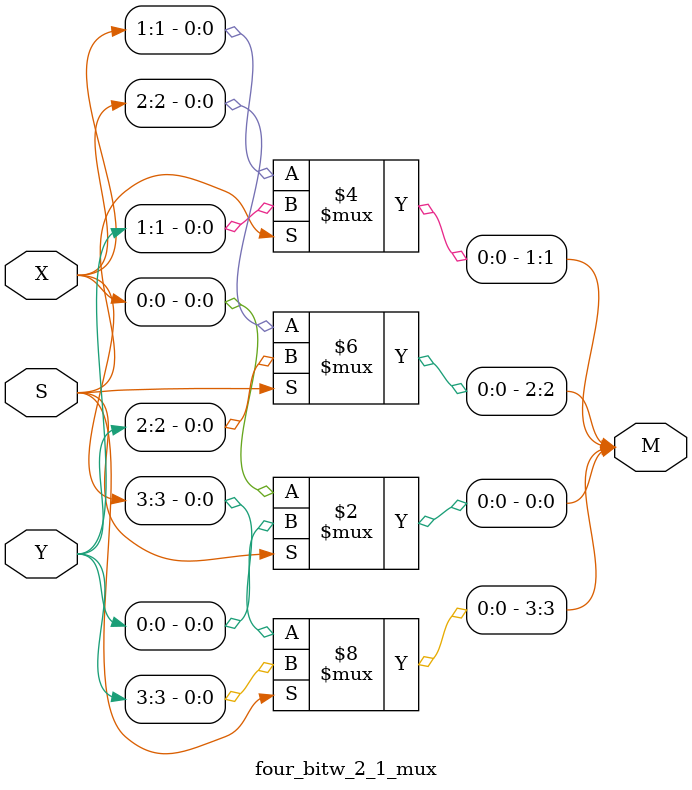
<source format=sv>
module four_bitw_2_1_mux(

  input [3:0] X, // Four-bit input X
  input [3:0] Y, // Four-bit input Y
  input S,       // Select input S
  output [3:0] M // Four-bit output M
  
);

  assign M[0] = (S == 0) ? X[0] : Y[0]; // Bit-wise multiplexer for each bit
  assign M[1] = (S == 0) ? X[1] : Y[1];
  assign M[2] = (S == 0) ? X[2] : Y[2];
  assign M[3] = (S == 0) ? X[3] : Y[3];

endmodule

</source>
